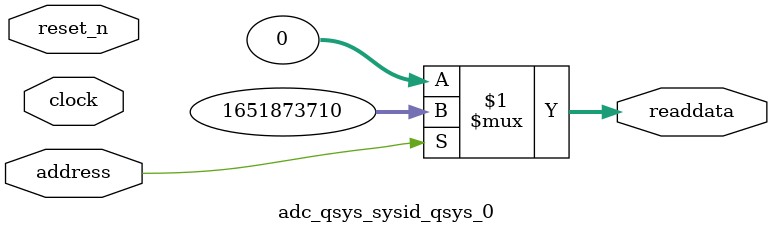
<source format=v>



// synthesis translate_off
`timescale 1ns / 1ps
// synthesis translate_on

// turn off superfluous verilog processor warnings 
// altera message_level Level1 
// altera message_off 10034 10035 10036 10037 10230 10240 10030 

module adc_qsys_sysid_qsys_0 (
               // inputs:
                address,
                clock,
                reset_n,

               // outputs:
                readdata
             )
;

  output  [ 31: 0] readdata;
  input            address;
  input            clock;
  input            reset_n;

  wire    [ 31: 0] readdata;
  //control_slave, which is an e_avalon_slave
  assign readdata = address ? 1651873710 : 0;

endmodule



</source>
